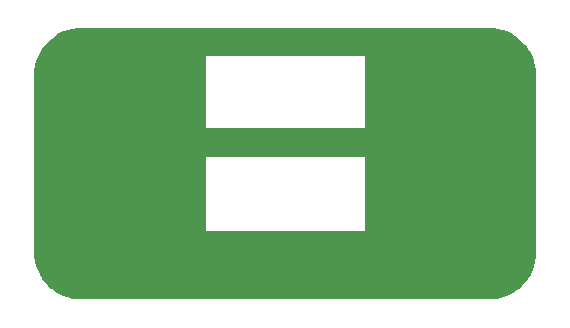
<source format=gbr>
%TF.GenerationSoftware,KiCad,Pcbnew,(6.0.6)*%
%TF.CreationDate,2022-08-23T20:39:58+01:00*%
%TF.ProjectId,rearcase,72656172-6361-4736-952e-6b696361645f,rev?*%
%TF.SameCoordinates,Original*%
%TF.FileFunction,Soldermask,Bot*%
%TF.FilePolarity,Negative*%
%FSLAX46Y46*%
G04 Gerber Fmt 4.6, Leading zero omitted, Abs format (unit mm)*
G04 Created by KiCad (PCBNEW (6.0.6)) date 2022-08-23 20:39:58*
%MOMM*%
%LPD*%
G01*
G04 APERTURE LIST*
%ADD10C,1.460000*%
%ADD11C,3.500000*%
%ADD12C,4.000000*%
G04 APERTURE END LIST*
%TO.C,REF\u002A\u002A*%
D10*
X166480000Y-103800000D02*
G75*
G03*
X166480000Y-103800000I-730000J0D01*
G01*
%TD*%
D11*
%TO.C,REF\u002A\u002A*%
X171800000Y-98000000D03*
D12*
X142250000Y-100280000D03*
D11*
X136200000Y-98000000D03*
%TD*%
G36*
X171253094Y-86500152D02*
G01*
X171635886Y-86518957D01*
X171648192Y-86520169D01*
X172024234Y-86575950D01*
X172036362Y-86578362D01*
X172405133Y-86670735D01*
X172416965Y-86674324D01*
X172774906Y-86802397D01*
X172786330Y-86807129D01*
X173129993Y-86969669D01*
X173140898Y-86975498D01*
X173466975Y-87170942D01*
X173477256Y-87177812D01*
X173782601Y-87404271D01*
X173792159Y-87412115D01*
X174073840Y-87667416D01*
X174082584Y-87676160D01*
X174337885Y-87957841D01*
X174345729Y-87967399D01*
X174572188Y-88272744D01*
X174579058Y-88283025D01*
X174774502Y-88609102D01*
X174780331Y-88620007D01*
X174942871Y-88963670D01*
X174947603Y-88975094D01*
X175075676Y-89333035D01*
X175079265Y-89344867D01*
X175171638Y-89713638D01*
X175174050Y-89725766D01*
X175229831Y-90101808D01*
X175231043Y-90114114D01*
X175249848Y-90496906D01*
X175250000Y-90503088D01*
X175250000Y-105496912D01*
X175249848Y-105503094D01*
X175231043Y-105885886D01*
X175229831Y-105898192D01*
X175174050Y-106274234D01*
X175171638Y-106286362D01*
X175079265Y-106655133D01*
X175075676Y-106666965D01*
X174947603Y-107024906D01*
X174942871Y-107036330D01*
X174780331Y-107379993D01*
X174774502Y-107390898D01*
X174579058Y-107716975D01*
X174572188Y-107727256D01*
X174345729Y-108032601D01*
X174337885Y-108042159D01*
X174082584Y-108323840D01*
X174073840Y-108332584D01*
X173792159Y-108587885D01*
X173782601Y-108595729D01*
X173477256Y-108822188D01*
X173466975Y-108829058D01*
X173140898Y-109024502D01*
X173129993Y-109030331D01*
X172786330Y-109192871D01*
X172774906Y-109197603D01*
X172416965Y-109325676D01*
X172405133Y-109329265D01*
X172036362Y-109421638D01*
X172024234Y-109424050D01*
X171648192Y-109479831D01*
X171635886Y-109481043D01*
X171253094Y-109499848D01*
X171246912Y-109500000D01*
X136753088Y-109500000D01*
X136746906Y-109499848D01*
X136364114Y-109481043D01*
X136351808Y-109479831D01*
X135975766Y-109424050D01*
X135963638Y-109421638D01*
X135594867Y-109329265D01*
X135583035Y-109325676D01*
X135225094Y-109197603D01*
X135213670Y-109192871D01*
X134870007Y-109030331D01*
X134859102Y-109024502D01*
X134533025Y-108829058D01*
X134522744Y-108822188D01*
X134217399Y-108595729D01*
X134207841Y-108587885D01*
X133926160Y-108332584D01*
X133917416Y-108323840D01*
X133662115Y-108042159D01*
X133654271Y-108032601D01*
X133427812Y-107727256D01*
X133420942Y-107716975D01*
X133225498Y-107390898D01*
X133219669Y-107379993D01*
X133057129Y-107036330D01*
X133052397Y-107024906D01*
X132924324Y-106666965D01*
X132920735Y-106655133D01*
X132828362Y-106286362D01*
X132825950Y-106274234D01*
X132770169Y-105898192D01*
X132768957Y-105885886D01*
X132750152Y-105503094D01*
X132750000Y-105496912D01*
X132750000Y-103681885D01*
X147250000Y-103681885D01*
X147254475Y-103697124D01*
X147255865Y-103698329D01*
X147263548Y-103700000D01*
X160731885Y-103700000D01*
X160747124Y-103695525D01*
X160748329Y-103694135D01*
X160750000Y-103686452D01*
X160750000Y-97418115D01*
X160745525Y-97402876D01*
X160744135Y-97401671D01*
X160736452Y-97400000D01*
X147268115Y-97400000D01*
X147252876Y-97404475D01*
X147251671Y-97405865D01*
X147250000Y-97413548D01*
X147250000Y-103681885D01*
X132750000Y-103681885D01*
X132750000Y-94981885D01*
X147250000Y-94981885D01*
X147254475Y-94997124D01*
X147255865Y-94998329D01*
X147263548Y-95000000D01*
X160731885Y-95000000D01*
X160747124Y-94995525D01*
X160748329Y-94994135D01*
X160750000Y-94986452D01*
X160750000Y-88878115D01*
X160745525Y-88862876D01*
X160744135Y-88861671D01*
X160736452Y-88860000D01*
X147268115Y-88860000D01*
X147252876Y-88864475D01*
X147251671Y-88865865D01*
X147250000Y-88873548D01*
X147250000Y-94981885D01*
X132750000Y-94981885D01*
X132750000Y-90503088D01*
X132750152Y-90496906D01*
X132768957Y-90114114D01*
X132770169Y-90101808D01*
X132825950Y-89725766D01*
X132828362Y-89713638D01*
X132920735Y-89344867D01*
X132924324Y-89333035D01*
X133052397Y-88975094D01*
X133057129Y-88963670D01*
X133219669Y-88620007D01*
X133225498Y-88609102D01*
X133420942Y-88283025D01*
X133427812Y-88272744D01*
X133654271Y-87967399D01*
X133662115Y-87957841D01*
X133917416Y-87676160D01*
X133926160Y-87667416D01*
X134207841Y-87412115D01*
X134217399Y-87404271D01*
X134522744Y-87177812D01*
X134533025Y-87170942D01*
X134859102Y-86975498D01*
X134870007Y-86969669D01*
X135213670Y-86807129D01*
X135225094Y-86802397D01*
X135583035Y-86674324D01*
X135594867Y-86670735D01*
X135963638Y-86578362D01*
X135975766Y-86575950D01*
X136351808Y-86520169D01*
X136364114Y-86518957D01*
X136746906Y-86500152D01*
X136753088Y-86500000D01*
X171246912Y-86500000D01*
X171253094Y-86500152D01*
G37*
M02*

</source>
